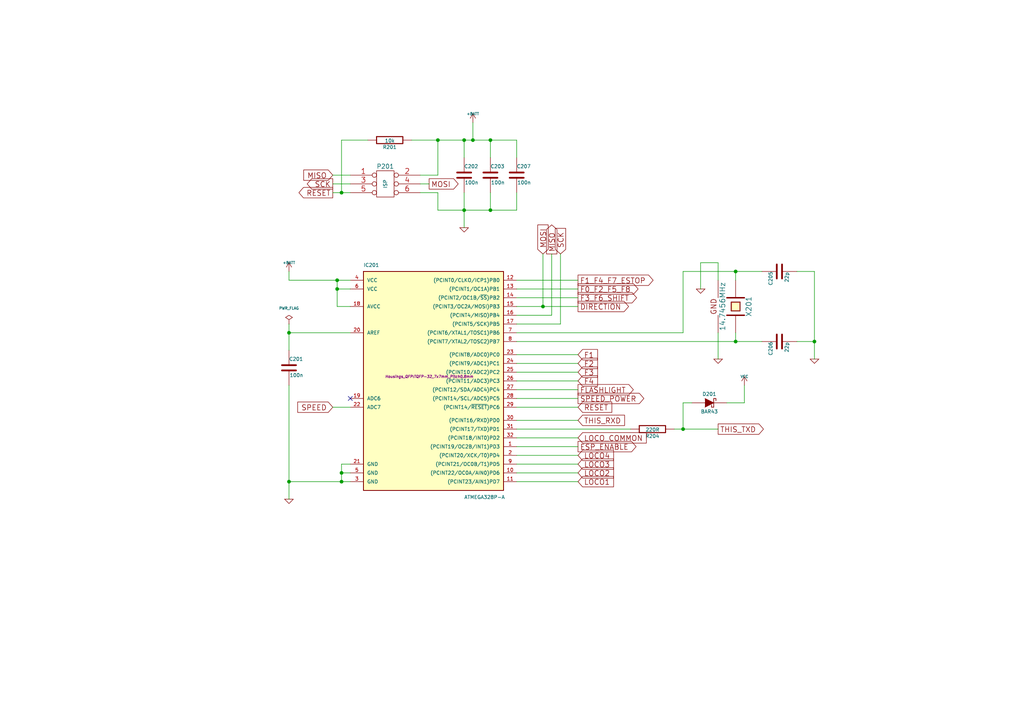
<source format=kicad_sch>
(kicad_sch (version 20231120) (generator "eeschema") (generator_version "8.0")
  (paper "A4")
  (title_block (title "Wireless FREDI (and clock interface)") (date "2017-11-19") (rev "0.2") (company "Heiko Rosemann (heiko.rosemann@web.de) CC-BY-SA") (comment 4 "Main controller and directly related peripheral stuff"))
  (lib_symbols
    (symbol "power:+BATT" (power) (pin_names (offset 0))
      (property "Value" "+BATT" (at 0 3.556 0))
      (symbol "+BATT_0_1"
        (polyline (pts (xy -0.762 1.27) (xy 0 2.54)))
        (polyline (pts (xy 0 0) (xy 0 2.54)))
        (polyline (pts (xy 0 2.54) (xy 0.762 1.27)))
      )
      (symbol "+BATT_1_1"
        (pin power_in line (at 0 0 90) (length 0) hide (name "+BATT") (number "1"))
      )
    )
    (symbol "power:PWR_FLAG" (power) (pin_numbers hide) (pin_names (offset 0) hide)
      (property "Value" "PWR_FLAG" (at 0 3.81 0))
      (symbol "PWR_FLAG_0_0"
        (pin power_out line (at 0 0 90) (length 0) (name "pwr") (number "1"))
      )
      (symbol "PWR_FLAG_0_1"
        (polyline (pts (xy 0 0) (xy 0 1.27) (xy -1.016 1.905) (xy 0 2.54) (xy 1.016 1.905) (xy 0 1.27)))
      )
    )
    (symbol "power:VCC" (power) (pin_names (offset 0))
      (property "Value" "VCC" (at 0 3.81 0))
      (symbol "VCC_0_1"
        (polyline (pts (xy -0.762 1.27) (xy 0 2.54)))
        (polyline (pts (xy 0 0) (xy 0 2.54)))
        (polyline (pts (xy 0 2.54) (xy 0.762 1.27)))
      )
      (symbol "VCC_1_1"
        (pin power_in line (at 0 0 90) (length 0) hide (name "VCC") (number "1"))
      )
    )
    (symbol "wfred_rev2-rescue:ATMEGA328P-A-atmel" (pin_names (offset 1.016))
      (property "Reference" "IC" (at -19.05 31.75 0))
      (property "Value" "ATMEGA328P-A-atmel" (at 10.16 -35.56 0))
      (property "Footprint" "TQFP32" (at 0 0 0))
      (symbol "ATMEGA328P-A-atmel_0_1"
        (rectangle (start -19.05 30.48) (end 21.59 -33.02) (stroke (width 0.254)) (fill (type background)))
      )
      (symbol "ATMEGA328P-A-atmel_1_1"
        (pin bidirectional line (at 25.4 -20.32 180) (length 3.81) (name "(PCINT19/OC2B/INT1)PD3") (number "1"))
        (pin bidirectional line (at 25.4 -27.94 180) (length 3.81) (name "(PCINT22/OC0A/AIN0)PD6") (number "10"))
        (pin bidirectional line (at 25.4 -30.48 180) (length 3.81) (name "(PCINT23/AIN1)PD7") (number "11"))
        (pin bidirectional line (at 25.4 27.94 180) (length 3.81) (name "(PCINT0/CLKO/ICP1)PB0") (number "12"))
        (pin bidirectional line (at 25.4 25.4 180) (length 3.81) (name "(PCINT1/OC1A)PB1") (number "13"))
        (pin bidirectional line (at 25.4 22.86 180) (length 3.81) (name "(PCINT2/OC1B/~{SS})PB2") (number "14"))
        (pin bidirectional line (at 25.4 20.32 180) (length 3.81) (name "(PCINT3/OC2A/MOSI)PB3") (number "15"))
        (pin bidirectional line (at 25.4 17.78 180) (length 3.81) (name "(PCINT4/MISO)PB4") (number "16"))
        (pin bidirectional line (at 25.4 15.24 180) (length 3.81) (name "(PCINT5/SCK)PB5") (number "17"))
        (pin power_in line (at -22.86 20.32 0) (length 3.81) (name "AVCC") (number "18"))
        (pin input line (at -22.86 -6.35 0) (length 3.81) (name "ADC6") (number "19"))
        (pin bidirectional line (at 25.4 -22.86 180) (length 3.81) (name "(PCINT20/XCK/T0)PD4") (number "2"))
        (pin bidirectional line (at -22.86 12.7 0) (length 3.81) (name "AREF") (number "20"))
        (pin power_in line (at -22.86 -25.4 0) (length 3.81) (name "GND") (number "21"))
        (pin input line (at -22.86 -8.89 0) (length 3.81) (name "ADC7") (number "22"))
        (pin bidirectional line (at 25.4 6.35 180) (length 3.81) (name "(PCINT8/ADC0)PC0") (number "23"))
        (pin bidirectional line (at 25.4 3.81 180) (length 3.81) (name "(PCINT9/ADC1)PC1") (number "24"))
        (pin bidirectional line (at 25.4 1.27 180) (length 3.81) (name "(PCINT10/ADC2)PC2") (number "25"))
        (pin bidirectional line (at 25.4 -1.27 180) (length 3.81) (name "(PCINT11/ADC3)PC3") (number "26"))
        (pin bidirectional line (at 25.4 -3.81 180) (length 3.81) (name "(PCINT12/SDA/ADC4)PC4") (number "27"))
        (pin bidirectional line (at 25.4 -6.35 180) (length 3.81) (name "(PCINT14/SCL/ADC5)PC5") (number "28"))
        (pin bidirectional line (at 25.4 -8.89 180) (length 3.81) (name "(PCINT14/~{RESET})PC6") (number "29"))
        (pin power_in line (at -22.86 -30.48 0) (length 3.81) (name "GND") (number "3"))
        (pin bidirectional line (at 25.4 -12.7 180) (length 3.81) (name "(PCINT16/RXD)PD0") (number "30"))
        (pin bidirectional line (at 25.4 -15.24 180) (length 3.81) (name "(PCINT17/TXD)PD1") (number "31"))
        (pin bidirectional line (at 25.4 -17.78 180) (length 3.81) (name "(PCINT18/INT0)PD2") (number "32"))
        (pin power_in line (at -22.86 27.94 0) (length 3.81) (name "VCC") (number "4"))
        (pin power_in line (at -22.86 -27.94 0) (length 3.81) (name "GND") (number "5"))
        (pin power_in line (at -22.86 25.4 0) (length 3.81) (name "VCC") (number "6"))
        (pin bidirectional line (at 25.4 12.7 180) (length 3.81) (name "(PCINT6/XTAL1/TOSC1)PB6") (number "7"))
        (pin bidirectional line (at 25.4 10.16 180) (length 3.81) (name "(PCINT7/XTAL2/TOSC2)PB7") (number "8"))
        (pin bidirectional line (at 25.4 -25.4 180) (length 3.81) (name "(PCINT21/OC0B/T1)PD5") (number "9"))
      )
    )
    (symbol "wfred_rev2-rescue:BAR43-my_devices" (pin_numbers hide) (pin_names (offset 1.016) hide)
      (property "Reference" "D" (at 0 2.54 0))
      (property "Value" "BAR43-my_devices" (at 0 -2.54 0))
      (symbol "BAR43-my_devices_0_1"
        (polyline (pts (xy -1.27 1.27) (xy 1.27 0) (xy -1.27 -1.27)) (fill (type outline)))
        (polyline (pts (xy 1.905 0.635) (xy 1.905 1.27) (xy 1.27 1.27) (xy 1.27 -1.27) (xy 0.635 -1.27) (xy 0.635 -0.635)) (stroke (width 0.2032)))
      )
      (symbol "BAR43-my_devices_1_1"
        (pin passive line (at -5.08 0 0) (length 3.81) (name "A") (number "1"))
        (pin passive line (at 5.08 0 180) (length 3.81) (name "K") (number "3"))
      )
    )
    (symbol "wfred_rev2-rescue:C-RESCUE-wfred_rev2" (pin_numbers hide) (pin_names (offset 0.254))
      (property "Reference" "C" (at 0 2.54 0))
      (property "Value" "C-RESCUE-wfred_rev2" (at 0.1524 -2.159 0))
      (symbol "C-RESCUE-wfred_rev2_0_1"
        (polyline (pts (xy -2.032 -0.762) (xy 2.032 -0.762)) (stroke (width 0.508)))
        (polyline (pts (xy -2.032 0.762) (xy 2.032 0.762)) (stroke (width 0.508)))
      )
      (symbol "C-RESCUE-wfred_rev2_1_1"
        (pin passive line (at 0 5.08 270) (length 4.318) (name "~") (number "1"))
        (pin passive line (at 0 -5.08 90) (length 4.318) (name "~") (number "2"))
      )
    )
    (symbol "wfred_rev2-rescue:CONN_3X2-conn" (pin_names (offset 1.016) hide)
      (property "Reference" "P" (at 0 6.35 0))
      (property "Value" "CONN_3X2-conn" (at 0 1.27 90))
      (symbol "CONN_3X2-conn_0_1"
        (rectangle (start -2.54 5.08) (end 2.54 -2.54))
      )
      (symbol "CONN_3X2-conn_1_1"
        (pin passive inverted (at -10.16 3.81 0) (length 7.62) (name "1") (number "1"))
        (pin passive inverted (at 10.16 3.81 180) (length 7.62) (name "2") (number "2"))
        (pin passive inverted (at -10.16 1.27 0) (length 7.62) (name "3") (number "3"))
        (pin passive inverted (at 10.16 1.27 180) (length 7.62) (name "4") (number "4"))
        (pin passive inverted (at -10.16 -1.27 0) (length 7.62) (name "5") (number "5"))
        (pin passive inverted (at 10.16 -1.27 180) (length 7.62) (name "6") (number "6"))
      )
    )
    (symbol "wfred_rev2-rescue:GND-RESCUE-wfred_rev2" (power) (pin_names (offset 0))
      (symbol "GND-RESCUE-wfred_rev2_0_1"
        (polyline (pts (xy -1.27 0) (xy 0 -1.27) (xy 1.27 0) (xy -1.27 0)))
      )
      (symbol "GND-RESCUE-wfred_rev2_1_1"
        (pin power_in line (at 0 0 90) (length 0) hide (name "GND") (number "1"))
      )
    )
    (symbol "wfred_rev2-rescue:R-RESCUE-wfred_rev2" (pin_numbers hide) (pin_names (offset 0))
      (property "Reference" "R" (at 2.032 0 90))
      (property "Value" "R-RESCUE-wfred_rev2" (at 0.1778 0.0254 90))
      (symbol "R-RESCUE-wfred_rev2_0_1"
        (rectangle (start -1.016 3.81) (end 1.016 -3.81) (stroke (width 0.3048)))
      )
      (symbol "R-RESCUE-wfred_rev2_1_1"
        (pin passive line (at 0 6.35 270) (length 2.54) (name "~") (number "1"))
        (pin passive line (at 0 -6.35 90) (length 2.54) (name "~") (number "2"))
      )
    )
    (symbol "wfred_rev2-rescue:R-device" (pin_numbers hide) (pin_names (offset 0))
      (property "Reference" "R" (at 2.032 0 90))
      (property "Value" "R-device" (at 0.1778 0.0254 90))
      (symbol "R-device_0_1"
        (rectangle (start -1.016 3.81) (end 1.016 -3.81) (stroke (width 0.3048)))
      )
      (symbol "R-device_1_1"
        (pin passive line (at 0 6.35 270) (length 2.54) (name "~") (number "1"))
        (pin passive line (at 0 -6.35 90) (length 2.54) (name "~") (number "2"))
      )
    )
    (symbol "wfred_rev2-rescue:myCRYSTAL-my_devices" (pin_numbers hide) (pin_names (offset 1.016) hide)
      (property "Reference" "X" (at 0 3.81 0))
      (property "Value" "myCRYSTAL-my_devices" (at 0 -3.81 0))
      (symbol "myCRYSTAL-my_devices_0_0"
        (text "GND" (at 0 -6.35 0) (effects (font (size 1.524 1.524))))
      )
      (symbol "myCRYSTAL-my_devices_0_1"
        (polyline (pts (xy -2.54 2.54) (xy -2.54 -2.54)) (stroke (width 0.4064)))
        (polyline (pts (xy 2.54 2.54) (xy 2.54 -2.54)) (stroke (width 0.4064)))
        (polyline (pts (xy -1.27 1.27) (xy 1.27 1.27) (xy 1.27 -1.27) (xy -1.27 -1.27) (xy -1.27 1.27)) (stroke (width 0.3048)) (fill (type background)))
      )
      (symbol "myCRYSTAL-my_devices_1_1"
        (pin passive line (at -7.62 0 0) (length 5.08) (name "1") (number "1"))
        (pin passive line (at -7.62 -5.08 0) (length 5.08) (name "2") (number "2"))
        (pin passive line (at 7.62 0 180) (length 5.08) (name "3") (number "3"))
        (pin passive line (at 7.62 -5.08 180) (length 5.08) (name "4") (number "4"))
      )
    )
  )
  (junction (at 99.06 55.88))
  (junction (at 99.06 139.7))
  (junction (at 213.36 78.74))
  (junction (at 142.24 40.64))
  (junction (at 99.06 137.16))
  (junction (at 83.82 96.52))
  (junction (at 97.79 83.82))
  (junction (at 198.12 124.46))
  (junction (at 97.79 81.28))
  (junction (at 142.24 60.96))
  (junction (at 83.82 139.7))
  (junction (at 236.22 99.06))
  (junction (at 157.48 88.9))
  (junction (at 134.62 60.96))
  (junction (at 213.36 99.06))
  (junction (at 127 40.64))
  (junction (at 137.16 40.64))
  (junction (at 134.62 40.64))
  (no_connect (at 101.6 115.57))
  (wire (pts (xy 198.12 78.74) (xy 198.12 96.52)))
  (wire (pts (xy 149.86 121.92) (xy 167.64 121.92)))
  (wire (pts (xy 149.86 81.28) (xy 167.64 81.28)))
  (wire (pts (xy 134.62 55.88) (xy 134.62 60.96)))
  (wire (pts (xy 149.86 124.46) (xy 182.88 124.46)))
  (wire (pts (xy 198.12 124.46) (xy 208.28 124.46)))
  (wire (pts (xy 231.14 78.74) (xy 236.22 78.74)))
  (wire (pts (xy 162.56 73.66) (xy 162.56 93.98)))
  (wire (pts (xy 149.86 102.87) (xy 167.64 102.87)))
  (wire (pts (xy 137.16 40.64) (xy 137.16 35.56)))
  (wire (pts (xy 127 60.96) (xy 134.62 60.96)))
  (wire (pts (xy 99.06 134.62) (xy 99.06 137.16)))
  (wire (pts (xy 83.82 139.7) (xy 83.82 144.78)))
  (wire (pts (xy 195.58 124.46) (xy 198.12 124.46)))
  (wire (pts (xy 149.86 110.49) (xy 167.64 110.49)))
  (wire (pts (xy 231.14 99.06) (xy 236.22 99.06)))
  (wire (pts (xy 149.86 88.9) (xy 157.48 88.9)))
  (wire (pts (xy 213.36 78.74) (xy 220.98 78.74)))
  (wire (pts (xy 213.36 96.52) (xy 213.36 99.06)))
  (wire (pts (xy 213.36 78.74) (xy 213.36 81.28)))
  (wire (pts (xy 149.86 40.64) (xy 149.86 45.72)))
  (wire (pts (xy 167.64 113.03) (xy 149.86 113.03)))
  (wire (pts (xy 97.79 81.28) (xy 101.6 81.28)))
  (wire (pts (xy 149.86 134.62) (xy 167.64 134.62)))
  (wire (pts (xy 97.79 81.28) (xy 97.79 83.82)))
  (wire (pts (xy 215.9 111.76) (xy 215.9 116.84)))
  (wire (pts (xy 149.86 118.11) (xy 167.64 118.11)))
  (wire (pts (xy 198.12 96.52) (xy 149.86 96.52)))
  (wire (pts (xy 96.52 55.88) (xy 99.06 55.88)))
  (wire (pts (xy 149.86 83.82) (xy 167.64 83.82)))
  (wire (pts (xy 121.92 55.88) (xy 127 55.88)))
  (wire (pts (xy 208.28 76.2) (xy 203.2 76.2)))
  (wire (pts (xy 96.52 53.34) (xy 101.6 53.34)))
  (wire (pts (xy 106.68 40.64) (xy 99.06 40.64)))
  (wire (pts (xy 198.12 116.84) (xy 198.12 124.46)))
  (wire (pts (xy 83.82 96.52) (xy 83.82 101.6)))
  (wire (pts (xy 149.86 105.41) (xy 167.64 105.41)))
  (wire (pts (xy 134.62 60.96) (xy 142.24 60.96)))
  (wire (pts (xy 137.16 40.64) (xy 142.24 40.64)))
  (wire (pts (xy 83.82 111.76) (xy 83.82 139.7)))
  (wire (pts (xy 124.46 53.34) (xy 121.92 53.34)))
  (wire (pts (xy 101.6 83.82) (xy 97.79 83.82)))
  (wire (pts (xy 208.28 81.28) (xy 208.28 76.2)))
  (wire (pts (xy 101.6 134.62) (xy 99.06 134.62)))
  (wire (pts (xy 208.28 96.52) (xy 208.28 104.14)))
  (wire (pts (xy 142.24 40.64) (xy 142.24 45.72)))
  (wire (pts (xy 101.6 137.16) (xy 99.06 137.16)))
  (wire (pts (xy 149.86 86.36) (xy 167.64 86.36)))
  (wire (pts (xy 157.48 88.9) (xy 167.64 88.9)))
  (wire (pts (xy 142.24 60.96) (xy 142.24 55.88)))
  (wire (pts (xy 149.86 115.57) (xy 167.64 115.57)))
  (wire (pts (xy 149.86 127) (xy 167.64 127)))
  (wire (pts (xy 236.22 99.06) (xy 236.22 104.14)))
  (wire (pts (xy 96.52 118.11) (xy 101.6 118.11)))
  (wire (pts (xy 99.06 139.7) (xy 101.6 139.7)))
  (wire (pts (xy 149.86 107.95) (xy 167.64 107.95)))
  (wire (pts (xy 213.36 99.06) (xy 220.98 99.06)))
  (wire (pts (xy 119.38 40.64) (xy 127 40.64)))
  (wire (pts (xy 200.66 116.84) (xy 198.12 116.84)))
  (wire (pts (xy 83.82 81.28) (xy 83.82 78.74)))
  (wire (pts (xy 198.12 78.74) (xy 213.36 78.74)))
  (wire (pts (xy 203.2 76.2) (xy 203.2 83.82)))
  (wire (pts (xy 99.06 55.88) (xy 101.6 55.88)))
  (wire (pts (xy 134.62 40.64) (xy 134.62 45.72)))
  (wire (pts (xy 127 55.88) (xy 127 60.96)))
  (wire (pts (xy 83.82 93.98) (xy 83.82 96.52)))
  (wire (pts (xy 97.79 83.82) (xy 97.79 88.9)))
  (wire (pts (xy 142.24 60.96) (xy 149.86 60.96)))
  (wire (pts (xy 96.52 50.8) (xy 101.6 50.8)))
  (wire (pts (xy 127 40.64) (xy 134.62 40.64)))
  (wire (pts (xy 134.62 40.64) (xy 137.16 40.64)))
  (wire (pts (xy 149.86 60.96) (xy 149.86 55.88)))
  (wire (pts (xy 236.22 78.74) (xy 236.22 99.06)))
  (wire (pts (xy 160.02 91.44) (xy 149.86 91.44)))
  (wire (pts (xy 162.56 93.98) (xy 149.86 93.98)))
  (wire (pts (xy 142.24 40.64) (xy 149.86 40.64)))
  (wire (pts (xy 149.86 99.06) (xy 213.36 99.06)))
  (wire (pts (xy 157.48 73.66) (xy 157.48 88.9)))
  (wire (pts (xy 149.86 137.16) (xy 167.64 137.16)))
  (wire (pts (xy 83.82 81.28) (xy 97.79 81.28)))
  (wire (pts (xy 149.86 139.7) (xy 167.64 139.7)))
  (wire (pts (xy 127 50.8) (xy 121.92 50.8)))
  (wire (pts (xy 83.82 96.52) (xy 101.6 96.52)))
  (wire (pts (xy 149.86 129.54) (xy 167.64 129.54)))
  (wire (pts (xy 83.82 139.7) (xy 99.06 139.7)))
  (wire (pts (xy 134.62 60.96) (xy 134.62 66.04)))
  (wire (pts (xy 215.9 116.84) (xy 210.82 116.84)))
  (wire (pts (xy 97.79 88.9) (xy 101.6 88.9)))
  (wire (pts (xy 99.06 40.64) (xy 99.06 55.88)))
  (wire (pts (xy 149.86 132.08) (xy 167.64 132.08)))
  (wire (pts (xy 127 50.8) (xy 127 40.64)))
  (wire (pts (xy 160.02 73.66) (xy 160.02 91.44)))
  (wire (pts (xy 99.06 137.16) (xy 99.06 139.7)))
  (global_label "ESP_ENABLE" (shape output) (at 167.64 129.54 0) (effects (font (size 1.524 1.524))) (property "Intersheetrefs" "${INTERSHEET_REFS}" (effects (hide yes))))
  (global_label "F0_F2_F5_F8" (shape output) (at 167.64 83.82 0) (effects (font (size 1.524 1.524))) (property "Intersheetrefs" "${INTERSHEET_REFS}" (effects (hide yes))))
  (global_label "LOCO2" (shape input) (at 167.64 137.16 0) (effects (font (size 1.524 1.524))) (property "Intersheetrefs" "${INTERSHEET_REFS}" (effects (hide yes))))
  (global_label "FLASHLIGHT" (shape output) (at 167.64 113.03 0) (effects (font (size 1.524 1.524))) (property "Intersheetrefs" "${INTERSHEET_REFS}" (effects (hide yes))))
  (global_label "SPEED_POWER" (shape output) (at 167.64 115.57 0) (effects (font (size 1.524 1.524))) (property "Intersheetrefs" "${INTERSHEET_REFS}" (effects (hide yes))))
  (global_label "LOCO_COMMON" (shape input) (at 167.64 127 0) (effects (font (size 1.524 1.524))) (property "Intersheetrefs" "${INTERSHEET_REFS}" (effects (hide yes))))
  (global_label "MISO" (shape output) (at 160.02 73.66 90) (effects (font (size 1.524 1.524))) (property "Intersheetrefs" "${INTERSHEET_REFS}" (effects (hide yes))))
  (global_label "LOCO4" (shape input) (at 167.64 132.08 0) (effects (font (size 1.524 1.524))) (property "Intersheetrefs" "${INTERSHEET_REFS}" (effects (hide yes))))
  (global_label "THIS_RXD" (shape input) (at 167.64 121.92 0) (effects (font (size 1.524 1.524))) (property "Intersheetrefs" "${INTERSHEET_REFS}" (effects (hide yes))))
  (global_label "F1" (shape input) (at 167.64 102.87 0) (effects (font (size 1.524 1.524))) (property "Intersheetrefs" "${INTERSHEET_REFS}" (effects (hide yes))))
  (global_label "RESET" (shape output) (at 96.52 55.88 180) (effects (font (size 1.524 1.524))) (property "Intersheetrefs" "${INTERSHEET_REFS}" (effects (hide yes))))
  (global_label "RESET" (shape input) (at 167.64 118.11 0) (effects (font (size 1.524 1.524))) (property "Intersheetrefs" "${INTERSHEET_REFS}" (effects (hide yes))))
  (global_label "SCK" (shape output) (at 96.52 53.34 180) (effects (font (size 1.524 1.524))) (property "Intersheetrefs" "${INTERSHEET_REFS}" (effects (hide yes))))
  (global_label "F1_F4_F7_ESTOP" (shape output) (at 167.64 81.28 0) (effects (font (size 1.524 1.524))) (property "Intersheetrefs" "${INTERSHEET_REFS}" (effects (hide yes))))
  (global_label "SPEED" (shape input) (at 96.52 118.11 180) (effects (font (size 1.524 1.524))) (property "Intersheetrefs" "${INTERSHEET_REFS}" (effects (hide yes))))
  (global_label "SCK" (shape input) (at 162.56 73.66 90) (effects (font (size 1.524 1.524))) (property "Intersheetrefs" "${INTERSHEET_REFS}" (effects (hide yes))))
  (global_label "MISO" (shape input) (at 96.52 50.8 180) (effects (font (size 1.524 1.524))) (property "Intersheetrefs" "${INTERSHEET_REFS}" (effects (hide yes))))
  (global_label "DIRECTION" (shape output) (at 167.64 88.9 0) (effects (font (size 1.524 1.524))) (property "Intersheetrefs" "${INTERSHEET_REFS}" (effects (hide yes))))
  (global_label "F3" (shape input) (at 167.64 107.95 0) (effects (font (size 1.524 1.524))) (property "Intersheetrefs" "${INTERSHEET_REFS}" (effects (hide yes))))
  (global_label "F2" (shape input) (at 167.64 105.41 0) (effects (font (size 1.524 1.524))) (property "Intersheetrefs" "${INTERSHEET_REFS}" (effects (hide yes))))
  (global_label "THIS_TXD" (shape output) (at 208.28 124.46 0) (effects (font (size 1.524 1.524))) (property "Intersheetrefs" "${INTERSHEET_REFS}" (effects (hide yes))))
  (global_label "MOSI" (shape output) (at 124.46 53.34 0) (effects (font (size 1.524 1.524))) (property "Intersheetrefs" "${INTERSHEET_REFS}" (effects (hide yes))))
  (global_label "F3_F6_SHIFT" (shape output) (at 167.64 86.36 0) (effects (font (size 1.524 1.524))) (property "Intersheetrefs" "${INTERSHEET_REFS}" (effects (hide yes))))
  (global_label "LOCO3" (shape input) (at 167.64 134.62 0) (effects (font (size 1.524 1.524))) (property "Intersheetrefs" "${INTERSHEET_REFS}" (effects (hide yes))))
  (global_label "LOCO1" (shape input) (at 167.64 139.7 0) (effects (font (size 1.524 1.524))) (property "Intersheetrefs" "${INTERSHEET_REFS}" (effects (hide yes))))
  (global_label "MOSI" (shape input) (at 157.48 73.66 90) (effects (font (size 1.524 1.524))) (property "Intersheetrefs" "${INTERSHEET_REFS}" (effects (hide yes))))
  (global_label "F4" (shape input) (at 167.64 110.49 0) (effects (font (size 1.524 1.524))) (property "Intersheetrefs" "${INTERSHEET_REFS}" (effects (hide yes))))
  (symbol (lib_id "wfred_rev2-rescue:C-RESCUE-wfred_rev2") (at 226.06 78.74 90) (mirror x) (unit 1)
    (property "Reference" "C205" (at 223.52 78.74 0) (effects (font (size 1.016 1.016)) (justify left)))
    (property "Value" "22p" (at 228.219 78.8924 0) (effects (font (size 1.016 1.016)) (justify left)))
    (property "Footprint" "Capacitors_SMD:C_0805_HandSoldering" (effects (hide yes)))
    (property "Reichelt" "NPO-G0805 22P" (effects (hide yes)))
  )
  (symbol (lib_id "wfred_rev2-rescue:C-RESCUE-wfred_rev2") (at 226.06 99.06 90) (mirror x) (unit 1)
    (property "Reference" "C206" (at 223.52 99.06 0) (effects (font (size 1.016 1.016)) (justify left)))
    (property "Value" "22p" (at 228.219 99.2124 0) (effects (font (size 1.016 1.016)) (justify left)))
    (property "Footprint" "Capacitors_SMD:C_0805_HandSoldering" (effects (hide yes)))
    (property "Reichelt" "NPO-G0805 22P" (effects (hide yes)))
  )
  (symbol (lib_id "wfred_rev2-rescue:C-RESCUE-wfred_rev2") (at 134.62 50.8 0) (unit 1)
    (property "Reference" "C202" (at 134.62 48.26 0) (effects (font (size 1.016 1.016)) (justify left)))
    (property "Value" "100n" (at 134.7724 52.959 0) (effects (font (size 1.016 1.016)) (justify left)))
    (property "Footprint" "Capacitors_SMD:C_0805_HandSoldering" (effects (hide yes)))
    (property "Reichelt" "X7R-G0805 100N" (effects (hide yes)))
  )
  (symbol (lib_id "wfred_rev2-rescue:GND-RESCUE-wfred_rev2") (at 236.22 104.14 0) (mirror y) (unit 1)
    (property "Reference" "#PWR027" (effects (hide yes)))
    (property "Value" "GND" (effects (hide yes)))
  )
  (symbol (lib_id "wfred_rev2-rescue:GND-RESCUE-wfred_rev2") (at 134.62 66.04 0) (unit 1)
    (property "Reference" "#PWR028" (effects (hide yes)))
    (property "Value" "GND" (effects (hide yes)))
  )
  (symbol (lib_id "wfred_rev2-rescue:C-RESCUE-wfred_rev2") (at 142.24 50.8 0) (unit 1)
    (property "Reference" "C203" (at 142.24 48.26 0) (effects (font (size 1.016 1.016)) (justify left)))
    (property "Value" "100n" (at 142.3924 52.959 0) (effects (font (size 1.016 1.016)) (justify left)))
    (property "Footprint" "Capacitors_SMD:C_0805_HandSoldering" (effects (hide yes)))
    (property "Reichelt" "X7R-G0805 100N" (effects (hide yes)))
  )
  (symbol (lib_id "wfred_rev2-rescue:C-RESCUE-wfred_rev2") (at 83.82 106.68 0) (unit 1)
    (property "Reference" "C201" (at 83.82 104.14 0) (effects (font (size 1.016 1.016)) (justify left)))
    (property "Value" "100n" (at 83.9724 108.839 0) (effects (font (size 1.016 1.016)) (justify left)))
    (property "Footprint" "Capacitors_SMD:C_0805_HandSoldering" (effects (hide yes)))
    (property "Reichelt" "X7R-G0805 100N" (effects (hide yes)))
  )
  (symbol (lib_id "wfred_rev2-rescue:CONN_3X2-conn") (at 111.76 54.61 0) (unit 1)
    (property "Reference" "P201" (at 111.76 48.26 0))
    (property "Value" "ISP" (at 111.76 53.34 90) (effects (font (size 1.016 1.016))))
    (property "Footprint" "Pin_Headers:Pin_Header_Straight_2x03_Pitch2.54mm_SMD" (effects (hide yes)))
    (property "Reichelt" "SL 2X10G SMD2,54 / SL 2X10G 2,54" (effects (hide yes)))
  )
  (symbol (lib_id "wfred_rev2-rescue:R-RESCUE-wfred_rev2") (at 113.03 40.64 270) (unit 1)
    (property "Reference" "R201" (at 113.03 42.672 90) (effects (font (size 1.016 1.016))))
    (property "Value" "10k" (at 113.0554 40.8178 90) (effects (font (size 1.016 1.016))))
    (property "Footprint" "Capacitors_SMD:C_0805_HandSoldering" (effects (hide yes)))
    (property "Mouser" "603-RC0805JR-0710KL" (effects (hide yes)))
  )
  (symbol (lib_id "power:PWR_FLAG") (at 83.82 93.98 0) (unit 1)
    (property "Reference" "#FLG026" (effects (hide yes)))
    (property "Value" "PWR_FLAG" (at 83.82 89.408 0) (effects (font (size 0.762 0.762))))
  )
  (symbol (lib_id "wfred_rev2-rescue:GND-RESCUE-wfred_rev2") (at 83.82 144.78 0) (unit 1)
    (property "Reference" "#PWR029" (effects (hide yes)))
    (property "Value" "GND" (effects (hide yes)))
  )
  (symbol (lib_id "wfred_rev2-rescue:myCRYSTAL-my_devices") (at 213.36 88.9 270) (unit 1)
    (property "Reference" "X201" (at 217.17 88.9 0) (effects (font (size 1.524 1.524))))
    (property "Value" "14.7456MHz" (at 209.55 88.9 0) (effects (font (size 1.524 1.524))))
    (property "Footprint" "Crystals:Crystal_SMD_TXC_7M-4pin_3.2x2.5mm_HandSoldering" (effects (hide yes)))
    (property "Mouser" "449-LFXTAL036338CUTT" (effects (hide yes)))
  )
  (symbol (lib_id "wfred_rev2-rescue:GND-RESCUE-wfred_rev2") (at 208.28 104.14 0) (mirror y) (unit 1)
    (property "Reference" "#PWR030" (effects (hide yes)))
    (property "Value" "GND" (effects (hide yes)))
  )
  (symbol (lib_id "wfred_rev2-rescue:GND-RESCUE-wfred_rev2") (at 203.2 83.82 0) (mirror y) (unit 1)
    (property "Reference" "#PWR031" (effects (hide yes)))
    (property "Value" "GND" (effects (hide yes)))
  )
  (symbol (lib_id "wfred_rev2-rescue:C-RESCUE-wfred_rev2") (at 149.86 50.8 0) (unit 1)
    (property "Reference" "C207" (at 149.86 48.26 0) (effects (font (size 1.016 1.016)) (justify left)))
    (property "Value" "100n" (at 150.0124 52.959 0) (effects (font (size 1.016 1.016)) (justify left)))
    (property "Footprint" "Capacitors_SMD:C_0805_HandSoldering" (effects (hide yes)))
    (property "Reichelt" "X7R-G0805 100N" (effects (hide yes)))
  )
  (symbol (lib_id "power:+BATT") (at 137.16 35.56 0) (unit 1)
    (property "Reference" "#PWR032" (effects (hide yes)))
    (property "Value" "+BATT" (at 137.16 33.02 0) (effects (font (size 0.762 0.762))))
  )
  (symbol (lib_id "wfred_rev2-rescue:R-device") (at 189.23 124.46 270) (unit 1)
    (property "Reference" "R204" (at 189.23 126.492 90) (effects (font (size 1.016 1.016))))
    (property "Value" "220R" (at 189.2554 124.6378 90) (effects (font (size 1.016 1.016))))
    (property "Footprint" "Capacitors_SMD:C_0805_HandSoldering" (effects (hide yes)))
  )
  (symbol (lib_id "power:+BATT") (at 83.82 78.74 0) (mirror y) (unit 1)
    (property "Reference" "#PWR033" (effects (hide yes)))
    (property "Value" "+BATT" (at 83.82 76.2 0) (effects (font (size 0.762 0.762))))
  )
  (symbol (lib_id "wfred_rev2-rescue:ATMEGA328P-A-atmel") (at 124.46 109.22 0) (unit 1)
    (property "Reference" "IC201" (at 105.41 77.47 0) (effects (font (size 1.016 1.016)) (justify left bottom)))
    (property "Value" "ATMEGA328P-A" (at 134.62 144.78 0) (effects (font (size 1.016 1.016)) (justify left bottom)))
    (property "Footprint" "Housings_QFP:TQFP-32_7x7mm_Pitch0.8mm" (at 124.46 109.22 0) (effects (font (size 0.762 0.762) (italic yes))))
  )
  (symbol (lib_id "wfred_rev2-rescue:BAR43-my_devices") (at 205.74 116.84 0) (unit 1)
    (property "Reference" "D201" (at 205.74 114.3 0) (effects (font (size 1.016 1.016))))
    (property "Value" "BAR43" (at 205.74 119.38 0) (effects (font (size 1.016 1.016))))
    (property "Footprint" "TO_SOT_Packages_SMD:SOT-23_Handsoldering" (effects (hide yes)))
  )
  (symbol (lib_id "power:VCC") (at 215.9 111.76 0) (unit 1)
    (property "Reference" "#PWR034" (effects (hide yes)))
    (property "Value" "VCC" (at 215.9 109.22 0) (effects (font (size 0.762 0.762))))
  )
)
</source>
